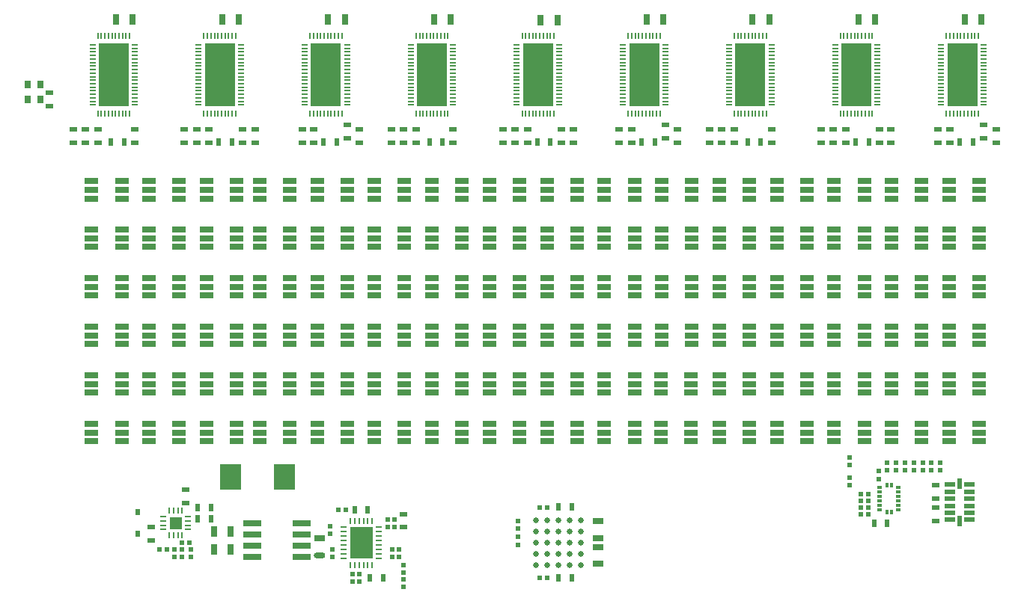
<source format=gbr>
%FSTAX24Y24*%
%MOIN*%
%IN /Users/acoth/Documents/accensor/PCB/GerberFiles/SPASTE1.GBR *%
%ADD10C,0.0248*%
%ADD11O,0.0512X0.0276*%
%ADD12R,0.0079X0.0276*%
%ADD13R,0.0098X0.0276*%
%ADD14R,0.0118X0.0236*%
%ADD15R,0.0217X0.0236*%
%ADD16R,0.0217X0.0453*%
%ADD17R,0.0236X0.0118*%
%ADD18R,0.0236X0.0217*%
%ADD19R,0.0236X0.0315*%
%ADD20R,0.0236X0.0354*%
%ADD21R,0.0276X0.0079*%
%ADD22R,0.0276X0.0098*%
%ADD23R,0.0276X0.0512*%
%ADD24R,0.0315X0.0354*%
%ADD25R,0.0354X0.0236*%
%ADD26R,0.0453X0.0217*%
%ADD27R,0.0512X0.0276*%
%ADD28R,0.0571X0.0571*%
%ADD29R,0.0630X0.0276*%
%ADD30R,0.0800X0.0250*%
%ADD31R,0.0945X0.1142*%
%ADD32R,0.1043X0.1437*%
%ADD33R,0.1358X0.2807*%
D21*X041969Y024134D03*D29*X028307Y018701D03*X037205Y009646D03*
X025748Y016535D03*Y018701D03*X029488Y009646D03*D21*X013622Y022559D03*
D29*X033425Y018307D03*D21*X029685Y022874D03*D29*X043661Y01437D03*D21*
X015512Y024606D03*X043858Y024449D03*X03252Y023819D03*X013622Y024291D03*
D29*X023189Y00748D03*D20*X005591Y020433D03*D12*X005512Y021693D03*D29*
X004134Y011811D03*D21*X015512Y023819D03*D29*X019291Y011811D03*
X039764Y009646D03*X030827Y009252D03*X042323Y018701D03*D15*
X016043Y001181D03*D13*Y001575D03*D29*X039764Y007874D03*D15*
X017815Y002264D03*D22*X016929Y002854D03*D15*X017815Y001929D03*D29*
X006693Y016535D03*D21*X013622Y022874D03*Y022402D03*Y022717D03*D15*
X008169Y002264D03*D18*Y002559D03*D13*Y002894D03*D29*X043661Y007087D03*
D22*X016929Y002657D03*D21*X027795Y023661D03*D13*X016634Y003543D03*D20*
X015846Y004035D03*D13*Y003543D03*D18*X015453Y004035D03*D21*
X004173Y023031D03*D25*X008307Y004921D03*D29*X010591Y016535D03*
X009252Y009252D03*D21*X010787Y022244D03*D29*X019291Y017913D03*D21*
X023071Y024606D03*D12*X005354Y021693D03*D29*X043661Y018307D03*
X042323Y013583D03*D21*X039134Y023819D03*D29*X006693Y009646D03*
X034646Y01437D03*D21*X03252Y022244D03*X010787Y022087D03*D29*
X010591Y018307D03*X029528Y011417D03*D21*X024961Y024134D03*D29*
X012953Y011417D03*D21*X006063Y023189D03*D29*X008031Y011417D03*
X029528Y013976D03*X004134Y016535D03*X009252Y011417D03*D21*
X008898Y022244D03*X006063Y023031D03*D29*X042323Y016535D03*
X015512Y011417D03*D25*X039213Y020984D03*D12*X03874Y021693D03*D25*
X039213Y020394D03*D29*X005472Y018307D03*Y011811D03*X008031D03*
X010591D03*X023189Y013976D03*X011614Y018701D03*X009252Y013976D03*
X008031D03*X019291Y007874D03*D21*X029685Y022244D03*D29*
X019291Y007087D03*D21*X023071Y023189D03*D29*X016732Y009252D03*D21*
X023071Y023976D03*D29*X029488Y007874D03*D21*X043858Y022402D03*D29*
X029488Y007087D03*D21*X037244Y023819D03*X004173Y023189D03*D29*
X039764Y018307D03*X038543Y009646D03*D21*X029685Y024449D03*
X034409Y022717D03*D29*X039764Y01437D03*D21*X004173Y022402D03*D29*
X035984Y009646D03*X025748Y018307D03*D15*X014764Y003287D03*D21*
X03252Y024291D03*X013622Y024134D03*D12*X038425Y021693D03*D13*
X01624Y003543D03*D29*X032087Y016142D03*D21*X027795Y024291D03*
X03252Y024134D03*X013622Y023661D03*X018346Y022244D03*D29*
X015512Y009646D03*X030827D03*D21*X013622Y023976D03*D29*
X038543Y016535D03*X016732Y011811D03*X033425Y013583D03*X028307D03*D21*
X015512Y023976D03*X041969Y024291D03*D25*X003858Y020394D03*D29*
X023189Y010039D03*D21*X03252Y023346D03*D24*X001299Y023012D03*D29*
X034646Y007874D03*D21*X020236Y024134D03*D29*X032087Y009646D03*
X015512Y017913D03*X024409Y018307D03*X008031D03*X02185Y009252D03*D21*
X023071Y022402D03*X020236Y024764D03*D12*X019843Y025157D03*X018898D03*
X014961D03*X01874D03*D21*X018346Y024764D03*Y024606D03*Y024449D03*
Y022087D03*D12*X018583Y021693D03*D25*X01748Y020984D03*D12*
X018898Y021693D03*D25*X018583Y020984D03*X018032D03*D12*
X019055Y021693D03*D25*X018583Y020394D03*D12*X01937Y021693D03*D20*
X019173Y020433D03*D33*X019291Y023425D03*D21*X018346Y022874D03*D29*
X023189Y011417D03*X02063Y00748D03*D21*X006063Y023504D03*D29*
X012953Y007874D03*X019291Y013976D03*X039764Y013583D03*D21*
X039134Y023189D03*X034409Y022402D03*X043858Y022087D03*D29*
X023189Y017913D03*X024409Y013976D03*Y011417D03*D21*X024961Y022717D03*
D29*X038543Y009252D03*X02063Y018307D03*D10*X024917Y003075D03*
X025417D03*Y003575D03*D29*X011614Y011811D03*D21*X020236Y023976D03*D29*
X026969Y016535D03*D13*X016043Y003543D03*D29*X043661Y016535D03*
Y009252D03*D21*X004173Y024291D03*D29*X043661Y013583D03*
X008031Y009646D03*X024409D03*D22*X007323Y003543D03*D12*
X032913Y021693D03*D29*X015512Y010039D03*X016732Y018701D03*
X041102Y007087D03*Y018701D03*X030866Y012205D03*X019291Y018307D03*
X006693Y015748D03*D21*X008898Y023504D03*X006063Y022717D03*D29*
X035984Y016535D03*D21*X006063Y022244D03*D29*X038543Y013976D03*
X019291Y01437D03*Y018701D03*X010591Y007874D03*D21*X020236Y024291D03*
D12*X013858Y021693D03*D29*X034646Y010039D03*X032087Y00748D03*
X025748Y010039D03*D15*X008169Y001929D03*D12*X024252Y021693D03*D23*
X015413Y025886D03*D29*X030866Y013976D03*X02063Y015748D03*
X006693Y010039D03*X015512Y00748D03*X023189Y009252D03*X015512Y013583D03*
D20*X024917Y00415D03*D10*Y003575D03*D20*X025508Y00415D03*D21*
X027795Y023976D03*D12*X009764Y025157D03*D18*X007146Y002264D03*D29*
X014173Y016535D03*D21*X027795Y022874D03*D20*X008858Y003642D03*D22*
X008425Y003543D03*X016929Y002067D03*D21*X027795Y023346D03*D15*
X018012Y001575D03*D29*X030866Y018307D03*X028307Y017913D03*
X018071Y00748D03*X028307Y018307D03*X02185Y017913D03*D21*
X023071Y023031D03*D29*X012953Y007087D03*X015512Y011811D03*
X016732Y016142D03*X034646Y011811D03*X015512Y007087D03*D12*
X037638Y021693D03*D29*X018071Y013583D03*D10*X024917Y002075D03*
X025417D03*Y001575D03*D29*X011614Y012205D03*D18*X024409Y000984D03*D10*
X024417Y001575D03*D18*X024075Y000984D03*D29*X032087Y018701D03*D21*
X029685Y022717D03*D22*X016929Y00187D03*D15*X018012Y00124D03*Y000925D03*
D13*X016437Y003543D03*D22*X015354Y002461D03*D27*X014272Y002756D03*D30*
X013503Y002921D03*D13*X01565Y001575D03*D30*X011303Y001921D03*D13*
X015846Y001575D03*D15*X015748Y001181D03*D22*X008425Y003346D03*D13*
X01624Y001575D03*X016437D03*D20*X016535Y000984D03*D15*
X018012Y000591D03*D13*X016634Y001575D03*D32*X016142Y002559D03*D22*
X016929Y002461D03*D29*X015512Y009252D03*X010591Y00748D03*X014173D03*
D21*X015512Y024764D03*D12*X015276Y025157D03*X018583D03*X015118D03*
X014803D03*X019055D03*X014331D03*X010079D03*X014173D03*X010236D03*
X014016D03*D21*X013622Y024764D03*X015512Y022402D03*D29*
X004134Y007874D03*D21*X013622Y022087D03*D12*X014173Y021693D03*D25*
X014016Y020984D03*X013524D03*D12*X014331Y021693D03*D25*
X014016Y020394D03*D12*X014646Y021693D03*D20*X014449Y020433D03*D12*
X015276Y021693D03*D25*X016063Y020984D03*D33*X014567Y023425D03*D29*
X02185Y011811D03*D22*X015354Y002854D03*D29*X012953Y010039D03*
X029528Y018701D03*X034646Y009252D03*D21*X037244Y022717D03*D29*
X037205Y013976D03*X042323Y007874D03*D12*X042835Y025157D03*D29*
X039764Y013976D03*X028307Y010039D03*X033425Y016535D03*
X023189Y011811D03*D21*X03252Y023504D03*D29*X026969Y01437D03*
X014173Y018701D03*Y011417D03*D21*X010787Y023976D03*D29*
X025748Y015748D03*X028307Y016535D03*X02063Y016142D03*X041102Y007874D03*
Y013583D03*X004134Y01437D03*X033425Y007874D03*X012953Y013976D03*D21*
X020236Y023189D03*D29*X037205Y010039D03*X004134Y013976D03*D15*
X007815Y001929D03*D29*X035984Y007874D03*D25*X037165Y020984D03*
X037717D03*D12*X037795Y021693D03*D25*X037165Y020394D03*D21*
X043858Y023661D03*D29*X032087Y013976D03*X010591Y012205D03*
X034646Y018307D03*Y015748D03*D21*X037244Y023189D03*X043858Y024606D03*
X027795Y022717D03*D29*X041102Y016535D03*D15*X040748Y005807D03*D17*
X040059Y004429D03*D15*X039961Y005807D03*D17*X040059Y004823D03*D29*
X015512Y018701D03*X041102Y012205D03*D21*X006063Y022402D03*D29*
X033425Y016142D03*X005472D03*X015512Y018307D03*D12*X019213Y025157D03*
D21*X041969Y023031D03*X010787Y023504D03*D29*X014173Y017913D03*D21*
X010787Y024291D03*D29*X014173Y007087D03*D21*X010787Y024764D03*D12*
X010551Y025157D03*X013858D03*X010394D03*X009606D03*X005354D03*
X009449D03*X005512D03*X009291D03*X009134D03*X005827D03*D21*
X008898Y024764D03*X010787Y022402D03*D29*X009252Y007087D03*D21*
X008898Y024606D03*D29*X004134Y017913D03*D21*X008898Y024449D03*D29*
X004134Y015748D03*D21*X008898Y024291D03*D29*X004134Y013583D03*D21*
X008898Y024134D03*D29*X004134Y011417D03*D21*X008898Y023346D03*D29*
X006693Y013583D03*D21*X008898Y023189D03*D29*X006693Y011417D03*D21*
X010787Y022559D03*D29*X011614Y017913D03*D21*X008898Y023031D03*D29*
X006693Y009252D03*D21*X008898Y022717D03*D29*X009252Y017913D03*D21*
X008898Y022087D03*X010787Y022717D03*D29*X011614Y015748D03*D12*
X009921Y021693D03*D20*X009803Y020433D03*D12*X010236Y021693D03*D20*
X010394Y020433D03*D21*X010787Y022874D03*D29*X011614Y013583D03*D21*
X010787Y023031D03*D29*X011614Y011417D03*D21*X010787Y023189D03*D29*
X011614Y009252D03*D21*X010787Y023346D03*D29*X011614Y007087D03*D33*
X009843Y023425D03*D29*X033425Y009252D03*X02185Y015748D03*D21*
X023071Y022874D03*D29*X004134Y012205D03*X025748D03*X02185Y013583D03*
D21*X023071Y022717D03*D29*X032087Y018307D03*D30*X013503Y003421D03*D15*
X014764Y002953D03*D22*X015354Y002657D03*D30*X011303Y003421D03*
Y002921D03*Y002421D03*D29*X008031Y016142D03*X026969Y007087D03*D21*
X024961Y023189D03*D26*X043209Y003583D03*Y003898D03*D12*
X04315Y025157D03*D23*X009941Y025886D03*D12*X009921Y025157D03*D23*
X014665Y025886D03*D12*X014646Y025157D03*D23*X01939Y025886D03*D12*
X01937Y025157D03*D23*X024128Y025856D03*D12*X024094Y025157D03*D23*
X028839Y025886D03*D12*X028819Y025157D03*D23*X033563Y025886D03*D12*
X033543Y025157D03*D23*X038287Y025886D03*X043012D03*D12*
X042992Y025157D03*X038268D03*D23*X005217Y025886D03*D12*
X005197Y025157D03*D21*X013622Y023346D03*X041969Y022244D03*
X015512Y022087D03*D29*X039764Y009252D03*D21*X039134Y023504D03*D29*
X042323Y011811D03*X012953Y016535D03*X015512Y015748D03*X012953D03*D20*
X025508Y001D03*D21*X034409Y023976D03*D29*X010591Y015748D03*X041102D03*
X034646Y013976D03*X014173Y011811D03*D21*X043858Y023819D03*D25*
X025039Y020984D03*D12*X024567Y021693D03*D25*X025039Y020394D03*D29*
X008031Y015748D03*X026969Y009646D03*D21*X020236Y022874D03*D29*
X043661Y015748D03*D21*X020236Y022244D03*D29*X024409Y013583D03*D21*
X024961Y022559D03*D29*X005472Y016535D03*D21*X018346Y023189D03*D29*
X011614Y01437D03*D25*X006063Y020984D03*D12*X005669Y021693D03*D25*
X006063Y020394D03*D21*X034409Y024606D03*D25*X037717Y020394D03*D12*
X037953Y021693D03*D25*X034409Y020984D03*D12*X034016Y021693D03*D25*
X034409Y020394D03*X003307D03*D15*X01752Y002264D03*D22*X016929D03*D15*
X01752Y001929D03*D29*X029488Y00748D03*X042323Y017913D03*D21*
X039134Y024134D03*X043858Y024291D03*X004173Y022717D03*D29*
X016732Y015748D03*D21*X010787Y024606D03*D25*X031654Y020394D03*D29*
X015512Y012205D03*X004134Y018701D03*X016732Y009646D03*
X033425Y015748D03*X009252Y018307D03*X030866Y018701D03*
X023189Y013583D03*X026969Y018701D03*D21*X006063Y023976D03*D29*
X028307Y007874D03*X035984Y015748D03*X005472Y007087D03*D21*
X03252Y022874D03*D29*X011614Y010039D03*X041102Y018307D03*
X024409Y012205D03*X016732Y007874D03*D21*X029685Y022402D03*D29*
X016732Y007087D03*D21*X023071Y023819D03*D29*X038543Y015748D03*
X032087Y010039D03*X004134Y016142D03*X011614Y018307D03*D12*
X014488Y025157D03*D29*X035984Y01437D03*X028307Y007087D03*
X02063Y011417D03*X023189Y016535D03*D21*X006063Y023346D03*D29*
X041102Y01437D03*X011614Y00748D03*D21*X034409Y023346D03*D29*
X028307Y016142D03*X009252Y01437D03*D21*X006063Y024764D03*D12*
X005669Y025157D03*X005039D03*D24*X00187Y023012D03*D12*
X004882Y025157D03*X004724D03*D26*X043209Y004843D03*D12*
X004567Y025157D03*X004409D03*D21*X004173Y024764D03*Y024606D03*
Y022087D03*D12*X004409Y021693D03*D25*X003307Y020984D03*D12*
X004724Y021693D03*D25*X004409Y020984D03*X003858D03*D12*
X004882Y021693D03*D25*X004409Y020394D03*D12*X005197Y021693D03*D20*
X005Y020433D03*D33*X005118Y023425D03*D29*X028307Y00748D03*Y013976D03*
D25*X002264Y022047D03*D24*X00187Y022323D03*X001299D03*D25*
X041732Y004134D03*Y004528D03*D29*X038543Y01437D03*D21*X03252Y022402D03*
D29*X024409Y01437D03*X012953Y018307D03*X005472Y013976D03*
X039764Y012205D03*X014173Y016142D03*X023189Y018307D03*X016732D03*
X02063Y009252D03*D21*X034409Y023661D03*D29*X009252Y018701D03*D21*
X020236Y024606D03*D29*X042323Y011417D03*D21*X039134Y024291D03*D29*
X035984Y012205D03*X014173Y010039D03*D21*X018346Y023031D03*D29*
X006693Y016142D03*X02063Y012205D03*D21*X03252Y022717D03*D29*
X023189Y007087D03*D21*X03252Y023189D03*D25*X010866Y020984D03*D12*
X010394Y021693D03*D25*X010866Y020394D03*D29*X024409Y011811D03*
X039764Y017913D03*D21*X039134Y022874D03*D29*X026969Y011417D03*D21*
X024961Y023504D03*X03252Y023661D03*D12*X005039Y021693D03*D21*
X004173Y022874D03*D29*X035984Y018701D03*D21*X020236Y023031D03*D29*
X006693Y01437D03*Y013976D03*D21*X004173Y023976D03*D29*X043661Y00748D03*
X041102Y009646D03*D20*X029213Y020433D03*D12*X029134Y021693D03*D29*
X030827Y010039D03*X02063Y011811D03*X038543Y007087D03*X02185Y010039D03*
Y01437D03*D21*X018346Y024134D03*D29*X035984Y011811D03*D21*
X029685Y024764D03*D12*X029449Y025157D03*X032756D03*X029291D03*
X028976D03*X033228D03*X028346D03*X024409D03*X028189D03*D21*
X027795Y024764D03*X029685Y022559D03*D29*X016732Y010039D03*D21*
X027795Y022087D03*D12*X028346Y021693D03*D25*X028189Y020984D03*
X027638D03*D12*X028504Y021693D03*D25*X028189Y020394D03*D12*
X028819Y021693D03*D20*X028622Y020433D03*D12*X029449Y021693D03*D25*
X030236Y020984D03*D33*X02874Y023425D03*D29*X028307Y009252D03*D25*
X044409Y020394D03*D29*X025748Y013976D03*D21*X029685Y022087D03*D29*
X028307Y011811D03*X029488Y010039D03*D21*X043858Y022559D03*D29*
X029488Y009252D03*D21*X037244Y023976D03*X018346Y023661D03*
X034409Y023189D03*D29*X028307Y011417D03*D12*X009291Y021693D03*D25*
X008819Y020984D03*X00937D03*D12*X009449Y021693D03*D25*
X008819Y020394D03*D21*X004173Y022559D03*D29*X025748Y011417D03*D21*
X006063Y022874D03*D29*X026969Y011811D03*X004134Y018307D03*D27*
X026689Y002772D03*D29*X038543Y011811D03*D21*X024961Y024449D03*D29*
X029528Y015748D03*D21*X024961Y024606D03*D29*X029528Y017913D03*D21*
X024961Y024764D03*D12*X024724Y025157D03*X028031D03*D21*
X024961Y022244D03*D29*X024409Y017913D03*D12*X024567Y025157D03*
X024252D03*X028504D03*X02378D03*X019528D03*X023622D03*X019685D03*
X023465D03*X023307D03*X02D03*D21*X023071Y024764D03*Y024449D03*D29*
X019291Y015748D03*D21*X023071Y024291D03*D29*X016732Y013583D03*D21*
X023071Y024134D03*D29*X016732Y011417D03*D21*X023071Y023661D03*D29*
X019291Y013583D03*D21*X023071Y023504D03*D29*X019291Y011417D03*D21*
X023071Y023346D03*D29*X019291Y009252D03*D21*X023071Y022087D03*D12*
X024094Y021693D03*D20*X023976Y020433D03*D12*X024409Y021693D03*D20*
X024567Y020433D03*D21*X024961Y022874D03*D29*X024409Y009252D03*D33*
X024016Y023425D03*D29*X042323Y009252D03*D21*X039134Y024449D03*D29*
X038543Y013583D03*X019291Y016142D03*X033425Y012205D03*D12*
X023937Y021693D03*X023465D03*D25*X022441Y020984D03*D12*
X023307Y021693D03*D25*X022441Y020394D03*D29*X035984Y009252D03*D15*
X008563Y001929D03*D29*X032087Y012205D03*X037205Y016142D03*
X024409Y018701D03*X025748Y01437D03*D21*X018346Y023504D03*D29*
X042323Y01437D03*X012953Y012205D03*D23*X010335Y002264D03*X009587D03*
D29*X028307Y01437D03*X038543Y007874D03*X037205Y00748D03*
X029528Y016142D03*D21*X020236Y022717D03*D29*X026969Y013976D03*
X019291Y00748D03*X018071Y01437D03*X004134Y009646D03*X012953Y009252D03*
X02185Y018307D03*D21*X039134Y023976D03*D29*X042323Y015748D03*D21*
X039134Y024764D03*D12*X038898Y025157D03*X042205D03*X03874D03*
X038583D03*X04252D03*X038425D03*X042677D03*X037795D03*X033858D03*
X037638D03*X03748D03*X034173D03*D21*X037244Y024764D03*
X039134Y022402D03*D29*X037205Y011417D03*D21*X037244Y024606D03*D29*
X032087Y017913D03*D21*X037244Y024449D03*D29*X032087Y015748D03*D21*
X037244Y024291D03*D29*X032087Y013583D03*D21*X037244Y024134D03*D29*
X032087Y011417D03*D21*X037244Y023661D03*D29*X032087Y009252D03*D21*
X039134Y022559D03*D29*X037205Y009252D03*D21*X037244Y023031D03*D29*
X034646Y013583D03*D21*X037244Y022874D03*D29*X034646Y011417D03*D21*
X037244Y022402D03*D29*X037205Y015748D03*D21*X037244Y022244D03*D29*
X037205Y017913D03*D21*X037244Y022087D03*D12*X038268Y021693D03*D20*
X03815Y020433D03*D12*X038583Y021693D03*D20*X03874Y020433D03*D33*
X038189Y023425D03*D29*X02185Y013976D03*D21*X029685Y024291D03*D12*
X028661Y021693D03*D29*X043661Y010039D03*X026969Y007874D03*D25*
X01748Y020394D03*D12*X023937Y025157D03*D29*X005472Y017913D03*D25*
X020236Y020984D03*D12*X019843Y021693D03*D25*X020236Y020394D03*D21*
X018346Y022717D03*D29*X014173Y013976D03*D21*X03252Y023976D03*D29*
X010591Y009252D03*D21*X013622Y023504D03*D29*X034646Y009646D03*
X023189Y016142D03*D21*X020236Y023504D03*D23*X029587Y025886D03*D29*
X012953Y013583D03*X038543Y016142D03*X018071Y011811D03*X025748D03*D22*
X007323Y00315D03*D29*X034646Y016142D03*D15*X017618Y003583D03*D29*
X037205Y018307D03*X035984Y007087D03*X005472Y015748D03*Y018701D03*
X008031Y016535D03*X018071Y012205D03*X019291Y009646D03*
X037205Y007874D03*D21*X027795Y022402D03*D29*X014173Y018307D03*D15*
X008563Y002264D03*D18*X008504Y002559D03*D22*X008425Y00315D03*D29*
X026969Y016142D03*X004134Y010039D03*D21*X015512Y022559D03*D29*
X004134Y009252D03*D21*X008898Y023976D03*D29*X012953Y017913D03*D21*
X041969Y023504D03*D15*X015748Y000846D03*X016043D03*D21*
X027795Y024134D03*D29*X010591Y016142D03*X008031Y017913D03*X010591D03*
Y013976D03*X042323Y00748D03*D21*X034409Y022559D03*X004173Y023661D03*
X015512Y022874D03*Y024134D03*D29*X042323Y010039D03*D21*
X015512Y024291D03*Y023661D03*D29*X02063Y01437D03*X005472Y007874D03*
X025748Y017913D03*X009252Y007874D03*D21*X004173Y023504D03*D29*
X029528Y013583D03*D21*X024961Y024291D03*X041969Y022717D03*D29*
X039764Y011811D03*X037205Y013583D03*D21*X039134Y022244D03*D20*
X038976Y003445D03*D29*X032087Y01437D03*X02185Y018701D03*
X008031Y012205D03*X005472D03*X029528Y018307D03*X039764Y007087D03*D21*
X039134Y023661D03*D29*X035984Y013583D03*D23*X005965Y025886D03*D21*
X043858Y022717D03*D29*X018071Y011417D03*D20*X016437Y004035D03*D29*
X02185Y007874D03*X015512D03*D21*X004173Y023819D03*D29*
X011614Y009646D03*X039764Y016142D03*X015512D03*D21*X004173Y023346D03*
X020236Y022402D03*X004173Y024134D03*D29*X004134Y007087D03*D21*
X008898Y023819D03*X006063Y024134D03*D18*X00748Y002264D03*D15*
X007815D03*D13*X007972Y002894D03*D29*X043661Y012205D03*
X009252Y016535D03*X039764D03*D21*X015512Y023031D03*X03252D03*D29*
X042323Y012205D03*D21*X03252Y022559D03*X015512Y023504D03*D27*
X026689Y002378D03*D15*X037894Y006378D03*Y006043D03*Y005453D03*D17*
X039232Y00502D03*D21*X013622Y024449D03*Y024606D03*Y023189D03*
X006063Y024291D03*X043858Y024134D03*D29*X033425Y017913D03*
X006693Y00748D03*D21*X015512Y024449D03*D29*X005472Y010039D03*
X008031D03*D21*X013622Y022244D03*D17*X039232Y004823D03*Y004429D03*D18*
X03872D03*D17*X039232Y004232D03*D18*X03872Y004134D03*D17*
X039232Y004035D03*D18*X03872Y003839D03*D14*X039547Y003917D03*D20*
X039567Y003445D03*D15*X037894Y005118D03*D25*X041732Y003543D03*D26*
X042343Y003583D03*D25*X041732Y005118D03*D26*X042343Y005157D03*D17*
X040059Y004035D03*D15*X041535Y005807D03*D17*X040059Y004232D03*D15*
X041142Y005807D03*D14*X039547Y005138D03*D15*X039173Y005413D03*D29*
X018071Y018701D03*D21*X029685Y023189D03*D29*X041102Y00748D03*
X02063Y017913D03*D25*X041811Y020394D03*D23*X039035Y025886D03*D12*
X010079Y021693D03*D29*X008031Y018701D03*X014173Y01437D03*
X026969Y009252D03*D21*X024961Y023346D03*D29*X018071Y015748D03*D12*
X042205Y021693D03*D29*X02063Y013976D03*X018071D03*X015512Y01437D03*
X012953D03*D21*X029685Y024606D03*X034409Y024449D03*D29*
X026969Y015748D03*D21*X024961Y023976D03*D12*X019528Y021693D03*D20*
X043386Y020433D03*D12*X043307Y021693D03*X019213D03*D21*
X034409Y022087D03*D29*X02185Y012205D03*D25*X029679Y02119D03*D12*
X029291Y021693D03*D25*X029679Y0206D03*D21*X034409Y024134D03*
X018346Y024291D03*D25*X030236Y020394D03*D21*X020236Y023346D03*D29*
X033425Y010039D03*X042323Y009646D03*X039764Y010039D03*D15*
X017323Y003248D03*D22*X016929D03*D15*X017323Y003583D03*D12*
X03811Y021693D03*D29*X037205Y018701D03*X030827Y007087D03*D12*
X004567Y021693D03*D29*X033425Y007087D03*Y00748D03*X034646Y018701D03*
X012953Y009646D03*X009252Y011811D03*X042323Y016142D03*
X032087Y016535D03*X035984Y00748D03*X034646Y016535D03*X032087Y011811D03*
D20*X017126Y000984D03*D21*X034409Y023031D03*D29*X038543Y00748D03*
X035984Y016142D03*X043661Y011811D03*X005472Y011417D03*
X041102Y009252D03*Y013976D03*X030827Y00748D03*X043661Y011417D03*
X041102D03*X032087Y007874D03*D21*X043858Y022244D03*D29*
X032087Y007087D03*D21*X037244Y023504D03*D29*X035984Y011417D03*
X038543D03*D23*X010689Y025886D03*D20*X019764Y020433D03*D12*
X019685Y021693D03*D29*X035984Y010039D03*X038543D03*X009252D03*
X041102D03*D12*X042362Y021693D03*D29*X033425Y011417D03*
X008031Y01437D03*X035984Y018307D03*X038543D03*Y017913D03*X041102D03*
D21*X029685Y023504D03*D29*X018071Y009252D03*X043661Y017913D03*D12*
X028031Y021693D03*D15*X02313Y00248D03*D29*X030866Y015748D03*
X014173Y012205D03*D25*X027638Y020394D03*D29*X029528Y011811D03*D21*
X041969Y023976D03*X018346Y023819D03*D12*X04315Y021693D03*D29*
X023189Y018701D03*X019291Y016535D03*D21*X018346Y023346D03*
X013622Y023819D03*D29*X009252Y013583D03*D21*X008898Y022402D03*
X027795Y024606D03*D29*X034646Y017913D03*D21*X037244Y023346D03*D29*
X026969Y018307D03*X016732Y01437D03*X014173Y007874D03*D21*
X027795Y024449D03*D29*X02185Y00748D03*X030866Y011811D03*D21*
X041969Y022402D03*D29*X016732Y017913D03*D21*X010787Y024449D03*D29*
X024409Y007087D03*D21*X024961Y023031D03*X041969Y022874D03*D29*
X042323Y013976D03*X02185Y016535D03*X006693Y007874D03*D21*
X015512Y022244D03*D29*X006693Y007087D03*D21*X008898Y022874D03*
X043858D03*D29*X024409Y010039D03*X025748Y007087D03*D21*
X034409Y024291D03*D25*X015506Y02119D03*D12*X015118Y021693D03*D25*
X015506Y0206D03*D29*X010591Y013583D03*X016732Y016535D03*X024409D03*
X02063Y018701D03*D21*X043858Y023976D03*D29*X009252Y012205D03*D15*
X041929Y005807D03*D14*X039744Y003917D03*D21*X039134Y022087D03*D29*
X039764Y015748D03*D21*X039134Y023031D03*X043858Y023189D03*
X034409Y023819D03*D29*X009252Y015748D03*D21*X008898Y022559D03*
X029685Y023031D03*D25*X032205Y020394D03*D29*X035984Y017913D03*
X037205Y011811D03*X02185Y009646D03*D21*X043858Y023504D03*D29*
X012953Y00748D03*X043661Y007874D03*X005472Y009646D03*X011614Y016142D03*
D12*X03811Y025157D03*D29*X033425Y018701D03*X010591Y009646D03*D21*
X041969Y023661D03*D29*X042323Y007087D03*D21*X039134Y024606D03*D20*
X009449Y004134D03*D29*X030866Y016535D03*D12*X033701Y021693D03*D29*
X010591Y01437D03*D21*X029685Y023976D03*Y024134D03*D12*
X033386Y021693D03*D29*X02185Y011417D03*D21*X023071Y022559D03*D25*
X023543Y020394D03*D12*X02378Y021693D03*D29*X018071Y018307D03*
X039764Y011417D03*D21*X039134Y023346D03*D29*X023189Y012205D03*
X02185Y007087D03*D21*X023071Y022244D03*X043858Y023031D03*D25*
X036614Y020984D03*D12*X03748Y021693D03*D25*X036614Y020394D03*D29*
X008031Y013583D03*X034646Y007087D03*D21*X037244Y022559D03*D29*
X005472Y013583D03*X023189Y01437D03*X024409Y016142D03*D13*
X007579Y002894D03*D25*X006791Y002657D03*D13*X007972Y003996D03*D22*
X007323Y00374D03*D19*X006201Y003937D03*D20*X008858Y004134D03*D22*
X008425Y00374D03*D13*X007776Y003996D03*D22*X007323Y003346D03*D25*
X006791Y003248D03*D19*X006201Y002953D03*D28*X007874Y003445D03*D13*
X007776Y002894D03*X008169Y003996D03*D25*X008307Y004331D03*D13*
X007579Y003996D03*D29*X028307Y009646D03*X025748D03*X033425Y011811D03*
D21*X020236Y024449D03*D29*X010591Y011417D03*D12*X02Y021693D03*D23*
X04376Y025886D03*D25*X00937Y020394D03*D12*X009606Y021693D03*D29*
X011614Y013976D03*D21*X006063Y024606D03*D23*X020138Y025886D03*D21*
X004173Y022244D03*D29*X006693Y011811D03*X02063Y009646D03*
X034646Y00748D03*X029528Y01437D03*X030866Y017913D03*D21*
X041969Y023189D03*D29*X012953Y016142D03*D27*X026689Y00163D03*D10*
X025917Y001575D03*Y002075D03*D29*X012953Y018701D03*X025748Y016142D03*
X014173Y009252D03*D21*X010787Y024134D03*D29*X035984Y013976D03*
X030866Y013583D03*X014173Y015748D03*D21*X010787Y023661D03*D29*
X043661Y009646D03*D21*X013622Y023031D03*D29*X02063Y010039D03*D21*
X029685Y023661D03*D12*X014488Y021693D03*D21*X034409Y023504D03*D14*
X039744Y005138D03*D29*X008031Y007087D03*X010591Y018701D03*
X018071Y016142D03*X039764Y018701D03*D12*X028189Y021693D03*D29*
X042323Y018307D03*X02063Y007087D03*X009252Y016142D03*X033425Y01437D03*
D21*X043858Y023346D03*D29*X041102Y011811D03*X015512Y013976D03*
X030866Y016142D03*D21*X018346Y022402D03*D29*X014173Y009646D03*D21*
X027795Y023031D03*D29*X018071Y009646D03*D21*X020236Y023661D03*
X034409Y022244D03*D29*X006693Y018701D03*X023189Y009646D03*
X039764Y00748D03*X026969Y013583D03*D21*X024961Y023661D03*D12*
X034173Y021693D03*D25*X039724Y020984D03*D12*X038898Y021693D03*D25*
X039724Y020394D03*X025591Y020984D03*D12*X024724Y021693D03*D25*
X025591Y020394D03*D10*X024417Y002575D03*D29*X029528Y012205D03*D12*
X014803Y021693D03*D29*X030866Y01437D03*X008031Y009252D03*
X011614Y016535D03*X019291Y010039D03*X024409Y00748D03*D25*
X016063Y020394D03*D23*X034311Y025886D03*D29*X006693Y017913D03*D21*
X008898Y023661D03*D29*X014173Y013583D03*D21*X010787Y023819D03*
X041969Y024606D03*X006063Y023661D03*D12*X014016Y021693D03*D29*
X006693Y018307D03*D21*X041969Y024449D03*X027795Y022244D03*D25*
X002264Y022638D03*D18*X024409Y004134D03*D10*X024417Y003575D03*D18*
X024075Y004134D03*X015118Y004035D03*D13*X01565Y003543D03*D29*
X008031Y00748D03*D23*X024876Y025856D03*D12*X005827Y021693D03*D21*
X015512Y023189D03*X034409Y022874D03*D25*X018012Y003248D03*D15*
X017618D03*D22*X016929Y003051D03*D25*X018012Y003839D03*D29*
X005472Y009252D03*X010591Y010039D03*D21*X027795Y023189D03*D29*
X033425Y009646D03*D25*X013524Y020394D03*D29*X037205Y01437D03*
X02063Y016535D03*X023189Y015748D03*X030866Y011417D03*X018071Y017913D03*
D12*X009764Y021693D03*D29*X006693Y012205D03*D25*X008268Y020984D03*D12*
X009134Y021693D03*D25*X008268Y020394D03*D29*X043661Y013976D03*D21*
X034409Y024764D03*D12*X034016Y025157D03*X033701D03*X037953D03*
X033071D03*X029134D03*X032913D03*D21*X03252Y024764D03*Y024606D03*
Y024449D03*Y022087D03*D12*X032756Y021693D03*D25*X031654Y020984D03*D12*
X033071Y021693D03*D25*X032756Y020984D03*X032205D03*D12*
X033228Y021693D03*D25*X032756Y020394D03*D12*X033543Y021693D03*D20*
X033346Y020433D03*D12*X033858Y021693D03*D20*X033937Y020433D03*D33*
X033465Y023425D03*D29*X037205Y016535D03*X02063Y013583D03*
X024409Y007874D03*X016732Y00748D03*X02185Y016142D03*X026969Y012205D03*
X016732D03*D31*X012736Y005512D03*X010335D03*D15*X014862Y001929D03*D22*
X015354Y00187D03*D29*X018071Y007087D03*X038543Y012205D03*D12*
X028976Y021693D03*D29*X005472Y01437D03*X026969Y010039D03*
X038543Y018701D03*D21*X029685Y023346D03*D25*X022992Y020984D03*
X023543D03*D12*X023622Y021693D03*D25*X022992Y020394D03*D29*
X033425Y013976D03*X026969Y017913D03*D21*X024961Y023819D03*D29*
X018071Y010039D03*X019291Y012205D03*D21*X027795Y023819D03*X029685D03*
X004173Y024449D03*D12*X042835Y021693D03*D21*X027795Y022559D03*D29*
X025748Y009252D03*X037205Y007087D03*D21*X039134Y022717D03*D30*
X013503Y002421D03*D12*X033386Y025157D03*D22*X015354Y003051D03*D21*
X020236Y022559D03*D25*X011417Y020984D03*D12*X010551Y021693D03*D25*
X011417Y020394D03*D29*X030827Y007874D03*X037205Y012205D03*D21*
X041969Y023819D03*D29*X026969Y00748D03*D18*X03872Y004724D03*D17*
X039232Y004626D03*D21*X020236Y023819D03*D10*X024917Y001575D03*D20*
Y001D03*D10*X023917Y001575D03*X024417Y002075D03*X023917D03*
X025917Y002575D03*X025417D03*X024917D03*D15*X02313Y003543D03*D10*
X023917Y002575D03*D15*X02313Y003209D03*Y002815D03*D10*
X025917Y003075D03*D27*X026689Y00352D03*D10*X025917Y003575D03*
X024417Y003075D03*X023917D03*Y003575D03*D18*X038386Y004724D03*
Y004429D03*Y004134D03*Y003839D03*D20*X015039Y020433D03*D12*
X014961Y021693D03*D29*X008031Y007874D03*X011614D03*D21*
X006063Y022559D03*D12*X028661Y025157D03*D25*X018032Y020394D03*D29*
X043661Y018701D03*D21*X006063Y022087D03*D29*X028307Y015748D03*D22*
X015354Y003248D03*D29*X010591Y007087D03*X009252Y009646D03*D25*
X043852Y02119D03*D12*X043465Y021693D03*D25*X043852Y0206D03*D29*
X018071Y007874D03*D12*X01874Y021693D03*D29*X009252Y00748D03*D21*
X041969Y022559D03*D29*X018071Y016535D03*X043661Y016142D03*D26*
X043209Y004213D03*Y004528D03*Y005157D03*D12*X043307Y025157D03*D16*
X042776Y005197D03*D12*X043622Y025157D03*D26*X042343Y004843D03*
Y004528D03*Y004213D03*Y003898D03*D16*X042776Y003543D03*D21*
X041969Y023346D03*D20*X009449Y003642D03*D23*X010335Y003051D03*
X009587D03*D29*X029528Y016535D03*D21*X018346Y023976D03*
X015512Y022717D03*X006063Y024449D03*D29*X004134Y00748D03*
X034646Y012205D03*X028307D03*D21*X006063Y023819D03*D29*
X015512Y016535D03*X024409Y015748D03*D21*X024961Y022402D03*D29*
X012953Y011811D03*D15*X039173Y005748D03*X039567Y006142D03*X039961D03*
X040354D03*X040748D03*X041142D03*X041535D03*X041929D03*D29*
X016732Y013976D03*D21*X043858Y024764D03*D12*X043465Y025157D03*
X042362D03*D21*X041969Y024764D03*Y022087D03*D12*X04252Y021693D03*D25*
X042362Y020984D03*X041811D03*D12*X042677Y021693D03*D25*
X042362Y020394D03*D12*X042992Y021693D03*D20*X042795Y020433D03*D12*
X043622Y021693D03*D25*X044409Y020984D03*D33*X042913Y023425D03*D21*
X027795Y023504D03*D15*X039567Y005807D03*D17*X040059Y00502D03*D15*
X040354Y005807D03*D17*X040059Y004626D03*D21*X015512Y023346D03*D15*
X014862Y002264D03*D11*X014272Y002008D03*D30*X013503Y001921D03*D22*
X015354Y002264D03*Y002067D03*D29*X005472Y00748D03*D21*
X024961Y022087D03*X020236D03*D29*X025748Y013583D03*Y007874D03*D21*
X018346Y022559D03*D29*X023189Y007874D03*X02063D03*X041102Y016142D03*
X025748Y00748D03*
M02*
</source>
